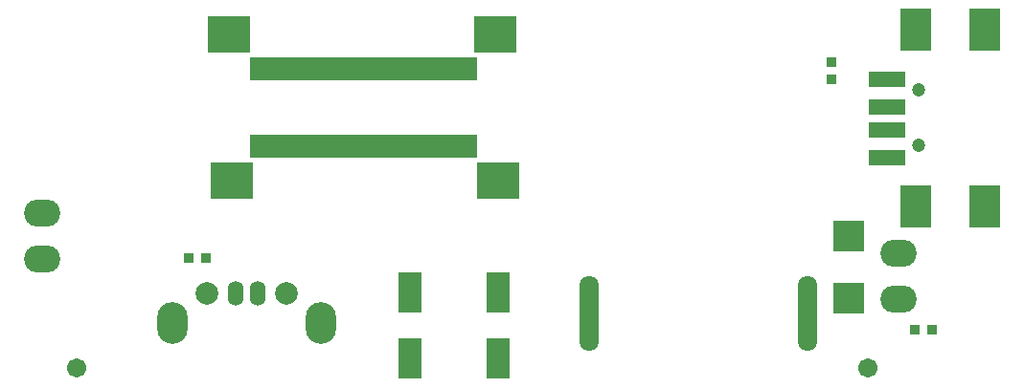
<source format=gbs>
G04*
G04 #@! TF.GenerationSoftware,Altium Limited,Altium Designer,18.1.9 (240)*
G04*
G04 Layer_Color=16711935*
%FSLAX25Y25*%
%MOIN*%
G70*
G01*
G75*
%ADD12C,0.04737*%
%ADD13O,0.12611X0.09461*%
%ADD14C,0.06706*%
%ADD15O,0.06706X0.26391*%
%ADD16O,0.05524X0.08674*%
%ADD17C,0.07887*%
%ADD18O,0.10642X0.14580*%
%ADD19O,0.10642X0.14580*%
%ADD64R,0.10642X0.14580*%
%ADD65R,0.08674X0.14580*%
%ADD66R,0.12611X0.05524*%
%ADD67R,0.14580X0.12611*%
%ADD68R,0.01981X0.07887*%
%ADD69R,0.03800X0.03800*%
%ADD70R,0.03800X0.03800*%
%ADD71R,0.08083X0.13989*%
%ADD72R,0.10642X0.10642*%
D12*
X342500Y97209D02*
D03*
Y116500D02*
D03*
D13*
X37500Y73543D02*
D03*
Y57543D02*
D03*
X335500Y59500D02*
D03*
Y43500D02*
D03*
D14*
X324803Y19685D02*
D03*
X49213D02*
D03*
D15*
X227748Y38620D02*
D03*
X303748D02*
D03*
D16*
X112500Y45500D02*
D03*
X104626Y45500D02*
D03*
D17*
X94784D02*
D03*
X122343D02*
D03*
D18*
X134429Y35461D02*
D03*
D19*
X82697D02*
D03*
D64*
X341303Y76051D02*
D03*
Y137551D02*
D03*
X365425D02*
D03*
Y76051D02*
D03*
D65*
X341303D02*
D03*
D66*
X331303Y92835D02*
D03*
Y102677D02*
D03*
Y110551D02*
D03*
Y120394D02*
D03*
D67*
X194941Y136000D02*
D03*
X102441D02*
D03*
X103413Y85000D02*
D03*
X195913D02*
D03*
D68*
X187563Y124000D02*
D03*
X185594D02*
D03*
X183626D02*
D03*
X181658D02*
D03*
X179689D02*
D03*
X177720D02*
D03*
X175752D02*
D03*
X173783D02*
D03*
X171815D02*
D03*
X169846D02*
D03*
X167878D02*
D03*
X165909D02*
D03*
X163941D02*
D03*
X161972D02*
D03*
X160004D02*
D03*
X158035D02*
D03*
X156067D02*
D03*
X154098D02*
D03*
X152130D02*
D03*
X150161D02*
D03*
X148193D02*
D03*
X146224D02*
D03*
X144256D02*
D03*
X142287D02*
D03*
X140319D02*
D03*
X138350D02*
D03*
X136382D02*
D03*
X134413D02*
D03*
X132445D02*
D03*
X130476D02*
D03*
X128508D02*
D03*
X126539D02*
D03*
X124571D02*
D03*
X122602D02*
D03*
X120634D02*
D03*
X118665D02*
D03*
X116697D02*
D03*
X114728D02*
D03*
X112760D02*
D03*
X110791D02*
D03*
X110791Y97000D02*
D03*
X112760D02*
D03*
X114728D02*
D03*
X116697D02*
D03*
X118665D02*
D03*
X120634D02*
D03*
X122602D02*
D03*
X124571D02*
D03*
X126539D02*
D03*
X128508D02*
D03*
X130476D02*
D03*
X132445D02*
D03*
X134413D02*
D03*
X136382D02*
D03*
X138350D02*
D03*
X140319D02*
D03*
X142287D02*
D03*
X144256D02*
D03*
X146224D02*
D03*
X148193D02*
D03*
X150161D02*
D03*
X152130D02*
D03*
X154098D02*
D03*
X156067D02*
D03*
X158035D02*
D03*
X160004D02*
D03*
X161972D02*
D03*
X163941D02*
D03*
X165909D02*
D03*
X167878D02*
D03*
X169846D02*
D03*
X171815D02*
D03*
X173783D02*
D03*
X175752D02*
D03*
X177720D02*
D03*
X179689D02*
D03*
X181658D02*
D03*
X183626D02*
D03*
X185594D02*
D03*
X187563D02*
D03*
D69*
X312041Y126496D02*
D03*
Y120496D02*
D03*
D70*
X346996Y32959D02*
D03*
X340996D02*
D03*
X88500Y58000D02*
D03*
X94500D02*
D03*
D71*
X196000Y22886D02*
D03*
Y46114D02*
D03*
X165500Y22886D02*
D03*
Y46114D02*
D03*
D72*
X318000Y65780D02*
D03*
Y44126D02*
D03*
M02*

</source>
